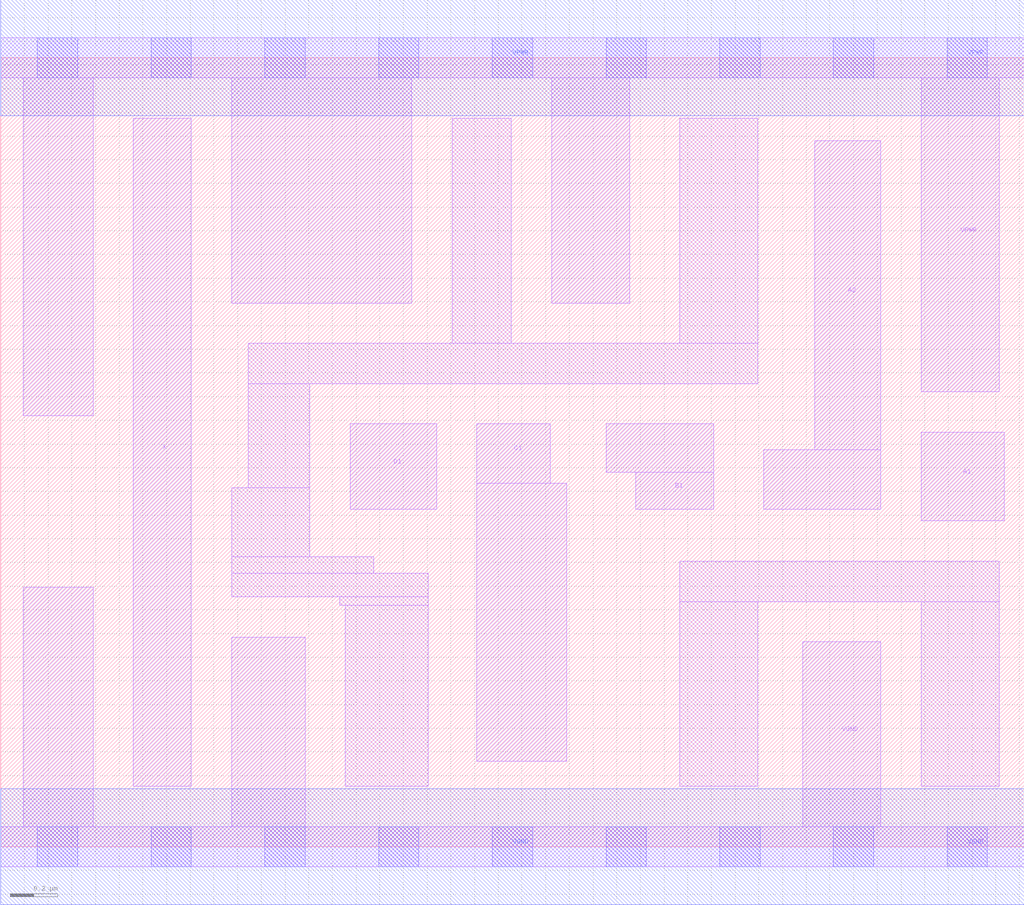
<source format=lef>
# Copyright 2020 The SkyWater PDK Authors
#
# Licensed under the Apache License, Version 2.0 (the "License");
# you may not use this file except in compliance with the License.
# You may obtain a copy of the License at
#
#     https://www.apache.org/licenses/LICENSE-2.0
#
# Unless required by applicable law or agreed to in writing, software
# distributed under the License is distributed on an "AS IS" BASIS,
# WITHOUT WARRANTIES OR CONDITIONS OF ANY KIND, either express or implied.
# See the License for the specific language governing permissions and
# limitations under the License.
#
# SPDX-License-Identifier: Apache-2.0

VERSION 5.7 ;
  NAMESCASESENSITIVE ON ;
  NOWIREEXTENSIONATPIN ON ;
  DIVIDERCHAR "/" ;
  BUSBITCHARS "[]" ;
UNITS
  DATABASE MICRONS 200 ;
END UNITS
MACRO sky130_fd_sc_lp__o2111a_2
  CLASS CORE ;
  SOURCE USER ;
  FOREIGN sky130_fd_sc_lp__o2111a_2 ;
  ORIGIN  0.000000  0.000000 ;
  SIZE  4.320000 BY  3.330000 ;
  SYMMETRY X Y R90 ;
  SITE unit ;
  PIN A1
    ANTENNAGATEAREA  0.315000 ;
    DIRECTION INPUT ;
    USE SIGNAL ;
    PORT
      LAYER li1 ;
        RECT 3.885000 1.375000 4.235000 1.750000 ;
    END
  END A1
  PIN A2
    ANTENNAGATEAREA  0.315000 ;
    DIRECTION INPUT ;
    USE SIGNAL ;
    PORT
      LAYER li1 ;
        RECT 3.220000 1.425000 3.715000 1.675000 ;
        RECT 3.435000 1.675000 3.715000 2.980000 ;
    END
  END A2
  PIN B1
    ANTENNAGATEAREA  0.315000 ;
    DIRECTION INPUT ;
    USE SIGNAL ;
    PORT
      LAYER li1 ;
        RECT 2.555000 1.580000 3.010000 1.785000 ;
        RECT 2.680000 1.425000 3.010000 1.580000 ;
    END
  END B1
  PIN C1
    ANTENNAGATEAREA  0.315000 ;
    DIRECTION INPUT ;
    USE SIGNAL ;
    PORT
      LAYER li1 ;
        RECT 2.010000 0.360000 2.390000 1.535000 ;
        RECT 2.010000 1.535000 2.320000 1.785000 ;
    END
  END C1
  PIN D1
    ANTENNAGATEAREA  0.315000 ;
    DIRECTION INPUT ;
    USE SIGNAL ;
    PORT
      LAYER li1 ;
        RECT 1.475000 1.425000 1.840000 1.785000 ;
    END
  END D1
  PIN X
    ANTENNADIFFAREA  0.588000 ;
    DIRECTION OUTPUT ;
    USE SIGNAL ;
    PORT
      LAYER li1 ;
        RECT 0.560000 0.255000 0.805000 3.075000 ;
    END
  END X
  PIN VGND
    DIRECTION INOUT ;
    USE GROUND ;
    PORT
      LAYER li1 ;
        RECT 0.000000 -0.085000 4.320000 0.085000 ;
        RECT 0.095000  0.085000 0.390000 1.095000 ;
        RECT 0.975000  0.085000 1.285000 0.885000 ;
        RECT 3.385000  0.085000 3.715000 0.865000 ;
      LAYER mcon ;
        RECT 0.155000 -0.085000 0.325000 0.085000 ;
        RECT 0.635000 -0.085000 0.805000 0.085000 ;
        RECT 1.115000 -0.085000 1.285000 0.085000 ;
        RECT 1.595000 -0.085000 1.765000 0.085000 ;
        RECT 2.075000 -0.085000 2.245000 0.085000 ;
        RECT 2.555000 -0.085000 2.725000 0.085000 ;
        RECT 3.035000 -0.085000 3.205000 0.085000 ;
        RECT 3.515000 -0.085000 3.685000 0.085000 ;
        RECT 3.995000 -0.085000 4.165000 0.085000 ;
      LAYER met1 ;
        RECT 0.000000 -0.245000 4.320000 0.245000 ;
    END
  END VGND
  PIN VPWR
    DIRECTION INOUT ;
    USE POWER ;
    PORT
      LAYER li1 ;
        RECT 0.000000 3.245000 4.320000 3.415000 ;
        RECT 0.095000 1.820000 0.390000 3.245000 ;
        RECT 0.975000 2.295000 1.735000 3.245000 ;
        RECT 2.325000 2.295000 2.655000 3.245000 ;
        RECT 3.885000 1.920000 4.215000 3.245000 ;
      LAYER mcon ;
        RECT 0.155000 3.245000 0.325000 3.415000 ;
        RECT 0.635000 3.245000 0.805000 3.415000 ;
        RECT 1.115000 3.245000 1.285000 3.415000 ;
        RECT 1.595000 3.245000 1.765000 3.415000 ;
        RECT 2.075000 3.245000 2.245000 3.415000 ;
        RECT 2.555000 3.245000 2.725000 3.415000 ;
        RECT 3.035000 3.245000 3.205000 3.415000 ;
        RECT 3.515000 3.245000 3.685000 3.415000 ;
        RECT 3.995000 3.245000 4.165000 3.415000 ;
      LAYER met1 ;
        RECT 0.000000 3.085000 4.320000 3.575000 ;
    END
  END VPWR
  OBS
    LAYER li1 ;
      RECT 0.975000 1.055000 1.805000 1.155000 ;
      RECT 0.975000 1.155000 1.575000 1.225000 ;
      RECT 0.975000 1.225000 1.305000 1.515000 ;
      RECT 1.045000 1.515000 1.305000 1.955000 ;
      RECT 1.045000 1.955000 3.195000 2.125000 ;
      RECT 1.430000 1.020000 1.805000 1.055000 ;
      RECT 1.455000 0.255000 1.805000 1.020000 ;
      RECT 1.905000 2.125000 2.155000 3.075000 ;
      RECT 2.865000 0.255000 3.195000 1.035000 ;
      RECT 2.865000 1.035000 4.215000 1.205000 ;
      RECT 2.865000 2.125000 3.195000 3.075000 ;
      RECT 3.885000 0.255000 4.215000 1.035000 ;
  END
END sky130_fd_sc_lp__o2111a_2

</source>
